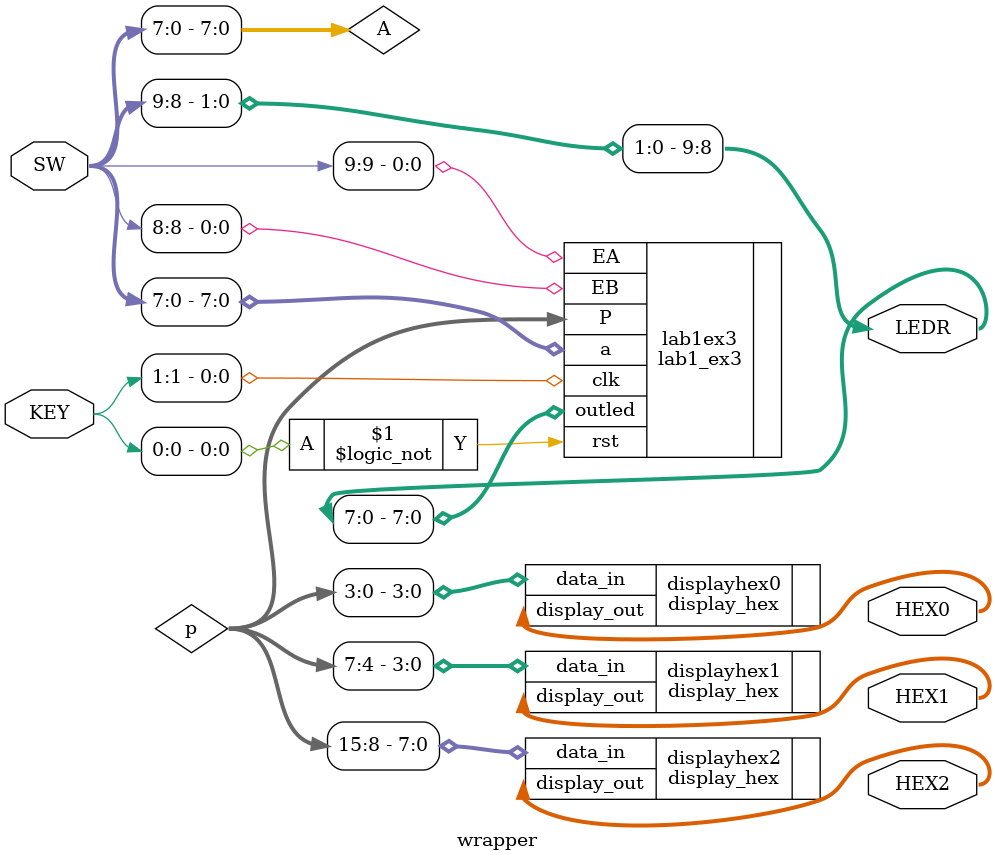
<source format=sv>
module wrapper (
	input logic [9:0] SW, KEY,
	output logic [9:0] LEDR,
	output logic [6:0] HEX0, HEX1, HEX2
);

assign LEDR[9:8] = SW[9:8];

wire [7:0] A;
wire [15:0] p;

assign A[7:0] = SW[7:0];

lab1_ex3 lab1ex3 (.EA(SW[9]), .EB(SW[8]), .rst(!KEY[0]), .clk(KEY[1]), .a(A), .P(p), .outled(LEDR[7:0]));

display_hex displayhex0 (.data_in(p[3:0]), .display_out(HEX0));
display_hex displayhex1 (.data_in(p[7:4]), .display_out(HEX1));
display_hex displayhex2 (.data_in(p[15:8]), .display_out(HEX2));

endmodule
</source>
